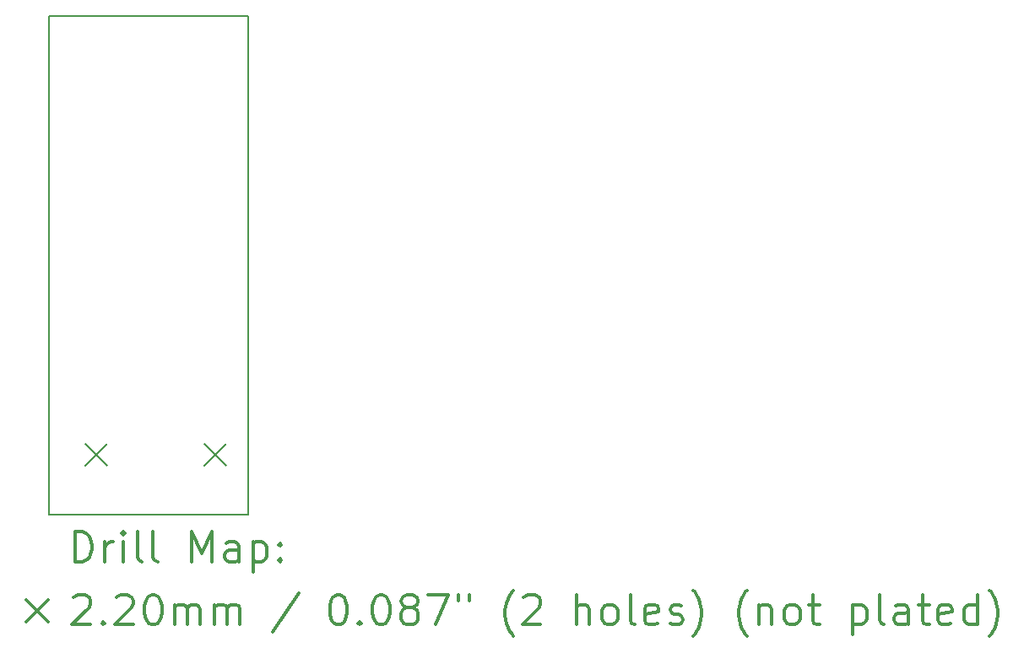
<source format=gbr>
%FSLAX45Y45*%
G04 Gerber Fmt 4.5, Leading zero omitted, Abs format (unit mm)*
G04 Created by KiCad (PCBNEW 4.0.7) date 12/21/18 01:01:43*
%MOMM*%
%LPD*%
G01*
G04 APERTURE LIST*
%ADD10C,0.127000*%
%ADD11C,0.200000*%
%ADD12C,0.300000*%
G04 APERTURE END LIST*
D10*
D11*
X9961920Y-16016000D02*
X11961920Y-16016000D01*
X11961920Y-11016000D02*
X11961920Y-16016000D01*
X9961920Y-11016000D02*
X11961920Y-11016000D01*
X9961920Y-11016000D02*
X9961920Y-16016000D01*
D11*
X10323760Y-15305260D02*
X10543760Y-15525260D01*
X10543760Y-15305260D02*
X10323760Y-15525260D01*
X11523760Y-15305260D02*
X11743760Y-15525260D01*
X11743760Y-15305260D02*
X11523760Y-15525260D01*
D12*
X10223349Y-16491714D02*
X10223349Y-16191714D01*
X10294777Y-16191714D01*
X10337634Y-16206000D01*
X10366206Y-16234571D01*
X10380491Y-16263143D01*
X10394777Y-16320286D01*
X10394777Y-16363143D01*
X10380491Y-16420286D01*
X10366206Y-16448857D01*
X10337634Y-16477429D01*
X10294777Y-16491714D01*
X10223349Y-16491714D01*
X10523349Y-16491714D02*
X10523349Y-16291714D01*
X10523349Y-16348857D02*
X10537634Y-16320286D01*
X10551920Y-16306000D01*
X10580491Y-16291714D01*
X10609063Y-16291714D01*
X10709063Y-16491714D02*
X10709063Y-16291714D01*
X10709063Y-16191714D02*
X10694777Y-16206000D01*
X10709063Y-16220286D01*
X10723349Y-16206000D01*
X10709063Y-16191714D01*
X10709063Y-16220286D01*
X10894777Y-16491714D02*
X10866206Y-16477429D01*
X10851920Y-16448857D01*
X10851920Y-16191714D01*
X11051920Y-16491714D02*
X11023349Y-16477429D01*
X11009063Y-16448857D01*
X11009063Y-16191714D01*
X11394777Y-16491714D02*
X11394777Y-16191714D01*
X11494777Y-16406000D01*
X11594777Y-16191714D01*
X11594777Y-16491714D01*
X11866206Y-16491714D02*
X11866206Y-16334571D01*
X11851920Y-16306000D01*
X11823348Y-16291714D01*
X11766206Y-16291714D01*
X11737634Y-16306000D01*
X11866206Y-16477429D02*
X11837634Y-16491714D01*
X11766206Y-16491714D01*
X11737634Y-16477429D01*
X11723348Y-16448857D01*
X11723348Y-16420286D01*
X11737634Y-16391714D01*
X11766206Y-16377429D01*
X11837634Y-16377429D01*
X11866206Y-16363143D01*
X12009063Y-16291714D02*
X12009063Y-16591714D01*
X12009063Y-16306000D02*
X12037634Y-16291714D01*
X12094777Y-16291714D01*
X12123348Y-16306000D01*
X12137634Y-16320286D01*
X12151920Y-16348857D01*
X12151920Y-16434571D01*
X12137634Y-16463143D01*
X12123348Y-16477429D01*
X12094777Y-16491714D01*
X12037634Y-16491714D01*
X12009063Y-16477429D01*
X12280491Y-16463143D02*
X12294777Y-16477429D01*
X12280491Y-16491714D01*
X12266206Y-16477429D01*
X12280491Y-16463143D01*
X12280491Y-16491714D01*
X12280491Y-16306000D02*
X12294777Y-16320286D01*
X12280491Y-16334571D01*
X12266206Y-16320286D01*
X12280491Y-16306000D01*
X12280491Y-16334571D01*
X9731920Y-16876000D02*
X9951920Y-17096000D01*
X9951920Y-16876000D02*
X9731920Y-17096000D01*
X10209063Y-16850286D02*
X10223349Y-16836000D01*
X10251920Y-16821714D01*
X10323349Y-16821714D01*
X10351920Y-16836000D01*
X10366206Y-16850286D01*
X10380491Y-16878857D01*
X10380491Y-16907429D01*
X10366206Y-16950286D01*
X10194777Y-17121714D01*
X10380491Y-17121714D01*
X10509063Y-17093143D02*
X10523349Y-17107429D01*
X10509063Y-17121714D01*
X10494777Y-17107429D01*
X10509063Y-17093143D01*
X10509063Y-17121714D01*
X10637634Y-16850286D02*
X10651920Y-16836000D01*
X10680491Y-16821714D01*
X10751920Y-16821714D01*
X10780491Y-16836000D01*
X10794777Y-16850286D01*
X10809063Y-16878857D01*
X10809063Y-16907429D01*
X10794777Y-16950286D01*
X10623348Y-17121714D01*
X10809063Y-17121714D01*
X10994777Y-16821714D02*
X11023349Y-16821714D01*
X11051920Y-16836000D01*
X11066206Y-16850286D01*
X11080491Y-16878857D01*
X11094777Y-16936000D01*
X11094777Y-17007429D01*
X11080491Y-17064572D01*
X11066206Y-17093143D01*
X11051920Y-17107429D01*
X11023349Y-17121714D01*
X10994777Y-17121714D01*
X10966206Y-17107429D01*
X10951920Y-17093143D01*
X10937634Y-17064572D01*
X10923349Y-17007429D01*
X10923349Y-16936000D01*
X10937634Y-16878857D01*
X10951920Y-16850286D01*
X10966206Y-16836000D01*
X10994777Y-16821714D01*
X11223348Y-17121714D02*
X11223348Y-16921714D01*
X11223348Y-16950286D02*
X11237634Y-16936000D01*
X11266206Y-16921714D01*
X11309063Y-16921714D01*
X11337634Y-16936000D01*
X11351920Y-16964572D01*
X11351920Y-17121714D01*
X11351920Y-16964572D02*
X11366206Y-16936000D01*
X11394777Y-16921714D01*
X11437634Y-16921714D01*
X11466206Y-16936000D01*
X11480491Y-16964572D01*
X11480491Y-17121714D01*
X11623348Y-17121714D02*
X11623348Y-16921714D01*
X11623348Y-16950286D02*
X11637634Y-16936000D01*
X11666206Y-16921714D01*
X11709063Y-16921714D01*
X11737634Y-16936000D01*
X11751920Y-16964572D01*
X11751920Y-17121714D01*
X11751920Y-16964572D02*
X11766206Y-16936000D01*
X11794777Y-16921714D01*
X11837634Y-16921714D01*
X11866206Y-16936000D01*
X11880491Y-16964572D01*
X11880491Y-17121714D01*
X12466206Y-16807429D02*
X12209063Y-17193143D01*
X12851920Y-16821714D02*
X12880491Y-16821714D01*
X12909063Y-16836000D01*
X12923348Y-16850286D01*
X12937634Y-16878857D01*
X12951920Y-16936000D01*
X12951920Y-17007429D01*
X12937634Y-17064572D01*
X12923348Y-17093143D01*
X12909063Y-17107429D01*
X12880491Y-17121714D01*
X12851920Y-17121714D01*
X12823348Y-17107429D01*
X12809063Y-17093143D01*
X12794777Y-17064572D01*
X12780491Y-17007429D01*
X12780491Y-16936000D01*
X12794777Y-16878857D01*
X12809063Y-16850286D01*
X12823348Y-16836000D01*
X12851920Y-16821714D01*
X13080491Y-17093143D02*
X13094777Y-17107429D01*
X13080491Y-17121714D01*
X13066206Y-17107429D01*
X13080491Y-17093143D01*
X13080491Y-17121714D01*
X13280491Y-16821714D02*
X13309063Y-16821714D01*
X13337634Y-16836000D01*
X13351920Y-16850286D01*
X13366205Y-16878857D01*
X13380491Y-16936000D01*
X13380491Y-17007429D01*
X13366205Y-17064572D01*
X13351920Y-17093143D01*
X13337634Y-17107429D01*
X13309063Y-17121714D01*
X13280491Y-17121714D01*
X13251920Y-17107429D01*
X13237634Y-17093143D01*
X13223348Y-17064572D01*
X13209063Y-17007429D01*
X13209063Y-16936000D01*
X13223348Y-16878857D01*
X13237634Y-16850286D01*
X13251920Y-16836000D01*
X13280491Y-16821714D01*
X13551920Y-16950286D02*
X13523348Y-16936000D01*
X13509063Y-16921714D01*
X13494777Y-16893143D01*
X13494777Y-16878857D01*
X13509063Y-16850286D01*
X13523348Y-16836000D01*
X13551920Y-16821714D01*
X13609063Y-16821714D01*
X13637634Y-16836000D01*
X13651920Y-16850286D01*
X13666205Y-16878857D01*
X13666205Y-16893143D01*
X13651920Y-16921714D01*
X13637634Y-16936000D01*
X13609063Y-16950286D01*
X13551920Y-16950286D01*
X13523348Y-16964572D01*
X13509063Y-16978857D01*
X13494777Y-17007429D01*
X13494777Y-17064572D01*
X13509063Y-17093143D01*
X13523348Y-17107429D01*
X13551920Y-17121714D01*
X13609063Y-17121714D01*
X13637634Y-17107429D01*
X13651920Y-17093143D01*
X13666205Y-17064572D01*
X13666205Y-17007429D01*
X13651920Y-16978857D01*
X13637634Y-16964572D01*
X13609063Y-16950286D01*
X13766205Y-16821714D02*
X13966205Y-16821714D01*
X13837634Y-17121714D01*
X14066206Y-16821714D02*
X14066206Y-16878857D01*
X14180491Y-16821714D02*
X14180491Y-16878857D01*
X14623348Y-17236000D02*
X14609063Y-17221714D01*
X14580491Y-17178857D01*
X14566205Y-17150286D01*
X14551920Y-17107429D01*
X14537634Y-17036000D01*
X14537634Y-16978857D01*
X14551920Y-16907429D01*
X14566205Y-16864572D01*
X14580491Y-16836000D01*
X14609063Y-16793143D01*
X14623348Y-16778857D01*
X14723348Y-16850286D02*
X14737634Y-16836000D01*
X14766205Y-16821714D01*
X14837634Y-16821714D01*
X14866205Y-16836000D01*
X14880491Y-16850286D01*
X14894777Y-16878857D01*
X14894777Y-16907429D01*
X14880491Y-16950286D01*
X14709063Y-17121714D01*
X14894777Y-17121714D01*
X15251920Y-17121714D02*
X15251920Y-16821714D01*
X15380491Y-17121714D02*
X15380491Y-16964572D01*
X15366205Y-16936000D01*
X15337634Y-16921714D01*
X15294777Y-16921714D01*
X15266205Y-16936000D01*
X15251920Y-16950286D01*
X15566205Y-17121714D02*
X15537634Y-17107429D01*
X15523348Y-17093143D01*
X15509063Y-17064572D01*
X15509063Y-16978857D01*
X15523348Y-16950286D01*
X15537634Y-16936000D01*
X15566205Y-16921714D01*
X15609063Y-16921714D01*
X15637634Y-16936000D01*
X15651920Y-16950286D01*
X15666205Y-16978857D01*
X15666205Y-17064572D01*
X15651920Y-17093143D01*
X15637634Y-17107429D01*
X15609063Y-17121714D01*
X15566205Y-17121714D01*
X15837634Y-17121714D02*
X15809063Y-17107429D01*
X15794777Y-17078857D01*
X15794777Y-16821714D01*
X16066206Y-17107429D02*
X16037634Y-17121714D01*
X15980491Y-17121714D01*
X15951920Y-17107429D01*
X15937634Y-17078857D01*
X15937634Y-16964572D01*
X15951920Y-16936000D01*
X15980491Y-16921714D01*
X16037634Y-16921714D01*
X16066206Y-16936000D01*
X16080491Y-16964572D01*
X16080491Y-16993143D01*
X15937634Y-17021714D01*
X16194777Y-17107429D02*
X16223348Y-17121714D01*
X16280491Y-17121714D01*
X16309063Y-17107429D01*
X16323348Y-17078857D01*
X16323348Y-17064572D01*
X16309063Y-17036000D01*
X16280491Y-17021714D01*
X16237634Y-17021714D01*
X16209063Y-17007429D01*
X16194777Y-16978857D01*
X16194777Y-16964572D01*
X16209063Y-16936000D01*
X16237634Y-16921714D01*
X16280491Y-16921714D01*
X16309063Y-16936000D01*
X16423348Y-17236000D02*
X16437634Y-17221714D01*
X16466206Y-17178857D01*
X16480491Y-17150286D01*
X16494777Y-17107429D01*
X16509063Y-17036000D01*
X16509063Y-16978857D01*
X16494777Y-16907429D01*
X16480491Y-16864572D01*
X16466206Y-16836000D01*
X16437634Y-16793143D01*
X16423348Y-16778857D01*
X16966206Y-17236000D02*
X16951920Y-17221714D01*
X16923348Y-17178857D01*
X16909063Y-17150286D01*
X16894777Y-17107429D01*
X16880491Y-17036000D01*
X16880491Y-16978857D01*
X16894777Y-16907429D01*
X16909063Y-16864572D01*
X16923348Y-16836000D01*
X16951920Y-16793143D01*
X16966206Y-16778857D01*
X17080491Y-16921714D02*
X17080491Y-17121714D01*
X17080491Y-16950286D02*
X17094777Y-16936000D01*
X17123348Y-16921714D01*
X17166206Y-16921714D01*
X17194777Y-16936000D01*
X17209063Y-16964572D01*
X17209063Y-17121714D01*
X17394777Y-17121714D02*
X17366206Y-17107429D01*
X17351920Y-17093143D01*
X17337634Y-17064572D01*
X17337634Y-16978857D01*
X17351920Y-16950286D01*
X17366206Y-16936000D01*
X17394777Y-16921714D01*
X17437634Y-16921714D01*
X17466206Y-16936000D01*
X17480491Y-16950286D01*
X17494777Y-16978857D01*
X17494777Y-17064572D01*
X17480491Y-17093143D01*
X17466206Y-17107429D01*
X17437634Y-17121714D01*
X17394777Y-17121714D01*
X17580491Y-16921714D02*
X17694777Y-16921714D01*
X17623349Y-16821714D02*
X17623349Y-17078857D01*
X17637634Y-17107429D01*
X17666206Y-17121714D01*
X17694777Y-17121714D01*
X18023349Y-16921714D02*
X18023349Y-17221714D01*
X18023349Y-16936000D02*
X18051920Y-16921714D01*
X18109063Y-16921714D01*
X18137634Y-16936000D01*
X18151920Y-16950286D01*
X18166206Y-16978857D01*
X18166206Y-17064572D01*
X18151920Y-17093143D01*
X18137634Y-17107429D01*
X18109063Y-17121714D01*
X18051920Y-17121714D01*
X18023349Y-17107429D01*
X18337634Y-17121714D02*
X18309063Y-17107429D01*
X18294777Y-17078857D01*
X18294777Y-16821714D01*
X18580491Y-17121714D02*
X18580491Y-16964572D01*
X18566206Y-16936000D01*
X18537634Y-16921714D01*
X18480491Y-16921714D01*
X18451920Y-16936000D01*
X18580491Y-17107429D02*
X18551920Y-17121714D01*
X18480491Y-17121714D01*
X18451920Y-17107429D01*
X18437634Y-17078857D01*
X18437634Y-17050286D01*
X18451920Y-17021714D01*
X18480491Y-17007429D01*
X18551920Y-17007429D01*
X18580491Y-16993143D01*
X18680491Y-16921714D02*
X18794777Y-16921714D01*
X18723349Y-16821714D02*
X18723349Y-17078857D01*
X18737634Y-17107429D01*
X18766206Y-17121714D01*
X18794777Y-17121714D01*
X19009063Y-17107429D02*
X18980492Y-17121714D01*
X18923349Y-17121714D01*
X18894777Y-17107429D01*
X18880492Y-17078857D01*
X18880492Y-16964572D01*
X18894777Y-16936000D01*
X18923349Y-16921714D01*
X18980492Y-16921714D01*
X19009063Y-16936000D01*
X19023349Y-16964572D01*
X19023349Y-16993143D01*
X18880492Y-17021714D01*
X19280492Y-17121714D02*
X19280492Y-16821714D01*
X19280492Y-17107429D02*
X19251920Y-17121714D01*
X19194777Y-17121714D01*
X19166206Y-17107429D01*
X19151920Y-17093143D01*
X19137634Y-17064572D01*
X19137634Y-16978857D01*
X19151920Y-16950286D01*
X19166206Y-16936000D01*
X19194777Y-16921714D01*
X19251920Y-16921714D01*
X19280492Y-16936000D01*
X19394777Y-17236000D02*
X19409063Y-17221714D01*
X19437634Y-17178857D01*
X19451920Y-17150286D01*
X19466206Y-17107429D01*
X19480492Y-17036000D01*
X19480492Y-16978857D01*
X19466206Y-16907429D01*
X19451920Y-16864572D01*
X19437634Y-16836000D01*
X19409063Y-16793143D01*
X19394777Y-16778857D01*
M02*

</source>
